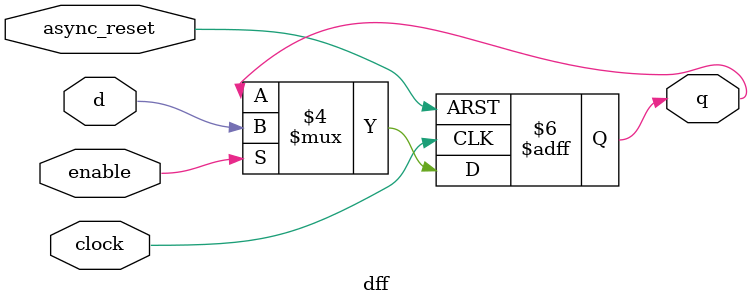
<source format=v>
module dff(
  input clock,
  input [WIDTH-1:0] d,
  input async_reset,
  input enable,
  output reg [WIDTH-1:0] q
);
    parameter WIDTH = 1;
    parameter INIT = {WIDTH{1'b0}};

    initial q = INIT;

    always @ (posedge clock or posedge async_reset)
        if (async_reset) begin
            q <= INIT;
        end else if (enable == 1) begin
            q <= d;
        end
endmodule
</source>
